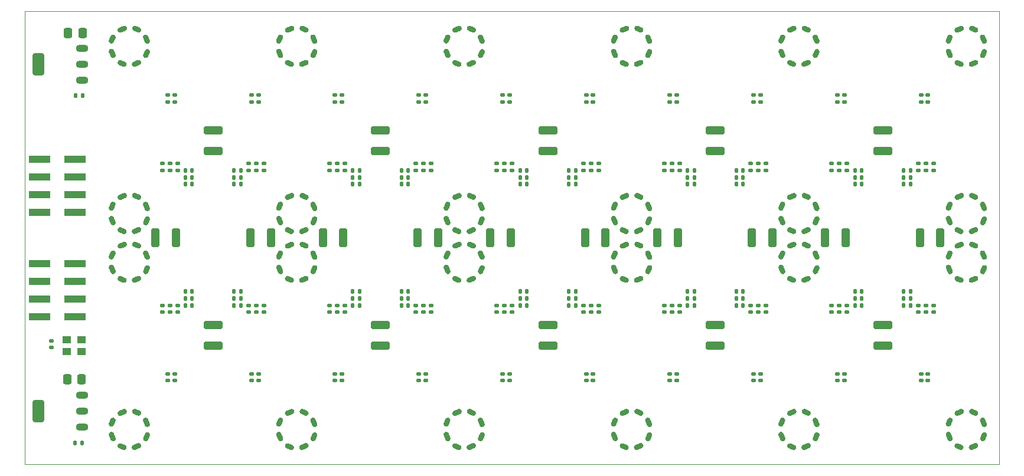
<source format=gbr>
%TF.GenerationSoftware,KiCad,Pcbnew,8.0.6*%
%TF.CreationDate,2024-12-11T18:08:37+01:00*%
%TF.ProjectId,AsicsBoard - 10xBM1370 - 01A,41736963-7342-46f6-9172-64202d203130,rev?*%
%TF.SameCoordinates,Original*%
%TF.FileFunction,Paste,Bot*%
%TF.FilePolarity,Positive*%
%FSLAX46Y46*%
G04 Gerber Fmt 4.6, Leading zero omitted, Abs format (unit mm)*
G04 Created by KiCad (PCBNEW 8.0.6) date 2024-12-11 18:08:37*
%MOMM*%
%LPD*%
G01*
G04 APERTURE LIST*
G04 Aperture macros list*
%AMRoundRect*
0 Rectangle with rounded corners*
0 $1 Rounding radius*
0 $2 $3 $4 $5 $6 $7 $8 $9 X,Y pos of 4 corners*
0 Add a 4 corners polygon primitive as box body*
4,1,4,$2,$3,$4,$5,$6,$7,$8,$9,$2,$3,0*
0 Add four circle primitives for the rounded corners*
1,1,$1+$1,$2,$3*
1,1,$1+$1,$4,$5*
1,1,$1+$1,$6,$7*
1,1,$1+$1,$8,$9*
0 Add four rect primitives between the rounded corners*
20,1,$1+$1,$2,$3,$4,$5,0*
20,1,$1+$1,$4,$5,$6,$7,0*
20,1,$1+$1,$6,$7,$8,$9,0*
20,1,$1+$1,$8,$9,$2,$3,0*%
G04 Aperture macros list end*
%ADD10C,0.800000*%
%ADD11R,1.300000X1.100000*%
%ADD12RoundRect,0.140000X0.140000X0.170000X-0.140000X0.170000X-0.140000X-0.170000X0.140000X-0.170000X0*%
%ADD13RoundRect,0.140000X-0.170000X0.140000X-0.170000X-0.140000X0.170000X-0.140000X0.170000X0.140000X0*%
%ADD14RoundRect,0.140000X-0.140000X-0.170000X0.140000X-0.170000X0.140000X0.170000X-0.140000X0.170000X0*%
%ADD15RoundRect,0.140000X0.170000X-0.140000X0.170000X0.140000X-0.170000X0.140000X-0.170000X-0.140000X0*%
%ADD16RoundRect,0.250000X1.100000X-0.325000X1.100000X0.325000X-1.100000X0.325000X-1.100000X-0.325000X0*%
%ADD17RoundRect,0.250000X0.325000X1.100000X-0.325000X1.100000X-0.325000X-1.100000X0.325000X-1.100000X0*%
%ADD18RoundRect,0.250000X-0.325000X-1.100000X0.325000X-1.100000X0.325000X1.100000X-0.325000X1.100000X0*%
%ADD19R,3.150000X1.000000*%
%ADD20RoundRect,0.250000X0.337500X0.475000X-0.337500X0.475000X-0.337500X-0.475000X0.337500X-0.475000X0*%
%ADD21RoundRect,0.422400X-0.457600X0.057600X-0.457600X-0.057600X0.457600X-0.057600X0.457600X0.057600X0*%
%ADD22RoundRect,0.457600X-0.422400X1.172400X-0.422400X-1.172400X0.422400X-1.172400X0.422400X1.172400X0*%
%ADD23RoundRect,0.250000X-1.100000X0.325000X-1.100000X-0.325000X1.100000X-0.325000X1.100000X0.325000X0*%
%TA.AperFunction,Profile*%
%ADD24C,0.100000*%
%TD*%
G04 APERTURE END LIST*
D10*
%TO.C,H33*%
X197421758Y-90224529D02*
G75*
G02*
X197654246Y-89678588I2578152J-775431D01*
G01*
X197675401Y-92320084D02*
G75*
G02*
X197426075Y-91722007I2324599J1320084D01*
G01*
X198679916Y-88675401D02*
G75*
G02*
X199277993Y-88426075I1320064J-2324549D01*
G01*
X199224529Y-93578242D02*
G75*
G02*
X198678588Y-93345754I775431J2578152D01*
G01*
X200775471Y-88421758D02*
G75*
G02*
X201321412Y-88654246I-775431J-2578157D01*
G01*
X201320084Y-93324599D02*
G75*
G02*
X200722007Y-93573925I-1320066J2324554D01*
G01*
X202324599Y-89679916D02*
G75*
G02*
X202573925Y-90277993I-2324554J-1320066D01*
G01*
X202578242Y-91775471D02*
G75*
G02*
X202345754Y-92321412I-2578157J775431D01*
G01*
%TO.C,H11*%
X77421758Y-83224529D02*
G75*
G02*
X77654246Y-82678588I2578152J-775431D01*
G01*
X77675401Y-85320084D02*
G75*
G02*
X77426075Y-84722007I2324599J1320084D01*
G01*
X78679916Y-81675401D02*
G75*
G02*
X79277993Y-81426075I1320064J-2324549D01*
G01*
X79224529Y-86578242D02*
G75*
G02*
X78678588Y-86345754I775431J2578152D01*
G01*
X80775471Y-81421758D02*
G75*
G02*
X81321412Y-81654246I-775431J-2578157D01*
G01*
X81320084Y-86324599D02*
G75*
G02*
X80722007Y-86573925I-1320066J2324554D01*
G01*
X82324599Y-82679916D02*
G75*
G02*
X82573925Y-83277993I-2324554J-1320066D01*
G01*
X82578242Y-84775471D02*
G75*
G02*
X82345754Y-85321412I-2578157J775431D01*
G01*
%TO.C,H27*%
X173421758Y-83224529D02*
G75*
G02*
X173654246Y-82678588I2578152J-775431D01*
G01*
X173675401Y-85320084D02*
G75*
G02*
X173426075Y-84722007I2324599J1320084D01*
G01*
X174679916Y-81675401D02*
G75*
G02*
X175277993Y-81426075I1320064J-2324549D01*
G01*
X175224529Y-86578242D02*
G75*
G02*
X174678588Y-86345754I775431J2578152D01*
G01*
X176775471Y-81421758D02*
G75*
G02*
X177321412Y-81654246I-775431J-2578157D01*
G01*
X177320084Y-86324599D02*
G75*
G02*
X176722007Y-86573925I-1320066J2324554D01*
G01*
X178324599Y-82679916D02*
G75*
G02*
X178573925Y-83277993I-2324554J-1320066D01*
G01*
X178578242Y-84775471D02*
G75*
G02*
X178345754Y-85321412I-2578157J775431D01*
G01*
%TO.C,H14*%
X77421758Y-114224529D02*
G75*
G02*
X77654246Y-113678588I2578152J-775431D01*
G01*
X77675401Y-116320084D02*
G75*
G02*
X77426075Y-115722007I2324599J1320084D01*
G01*
X78679916Y-112675401D02*
G75*
G02*
X79277993Y-112426075I1320064J-2324549D01*
G01*
X79224529Y-117578242D02*
G75*
G02*
X78678588Y-117345754I775431J2578152D01*
G01*
X80775471Y-112421758D02*
G75*
G02*
X81321412Y-112654246I-775431J-2578157D01*
G01*
X81320084Y-117324599D02*
G75*
G02*
X80722007Y-117573925I-1320066J2324554D01*
G01*
X82324599Y-113679916D02*
G75*
G02*
X82573925Y-114277993I-2324554J-1320066D01*
G01*
X82578242Y-115775471D02*
G75*
G02*
X82345754Y-116321412I-2578157J775431D01*
G01*
%TO.C,H34*%
X197421758Y-114224529D02*
G75*
G02*
X197654246Y-113678588I2578152J-775431D01*
G01*
X197675401Y-116320084D02*
G75*
G02*
X197426075Y-115722007I2324599J1320084D01*
G01*
X198679916Y-112675401D02*
G75*
G02*
X199277993Y-112426075I1320064J-2324549D01*
G01*
X199224529Y-117578242D02*
G75*
G02*
X198678588Y-117345754I775431J2578152D01*
G01*
X200775471Y-112421758D02*
G75*
G02*
X201321412Y-112654246I-775431J-2578157D01*
G01*
X201320084Y-117324599D02*
G75*
G02*
X200722007Y-117573925I-1320066J2324554D01*
G01*
X202324599Y-113679916D02*
G75*
G02*
X202573925Y-114277993I-2324554J-1320066D01*
G01*
X202578242Y-115775471D02*
G75*
G02*
X202345754Y-116321412I-2578157J775431D01*
G01*
%TO.C,H21*%
X125421758Y-90224529D02*
G75*
G02*
X125654246Y-89678588I2578152J-775431D01*
G01*
X125675401Y-92320084D02*
G75*
G02*
X125426075Y-91722007I2324599J1320084D01*
G01*
X126679916Y-88675401D02*
G75*
G02*
X127277993Y-88426075I1320064J-2324549D01*
G01*
X127224529Y-93578242D02*
G75*
G02*
X126678588Y-93345754I775431J2578152D01*
G01*
X128775471Y-88421758D02*
G75*
G02*
X129321412Y-88654246I-775431J-2578157D01*
G01*
X129320084Y-93324599D02*
G75*
G02*
X128722007Y-93573925I-1320066J2324554D01*
G01*
X130324599Y-89679916D02*
G75*
G02*
X130573925Y-90277993I-2324554J-1320066D01*
G01*
X130578242Y-91775471D02*
G75*
G02*
X130345754Y-92321412I-2578157J775431D01*
G01*
%TO.C,H20*%
X125421758Y-59224529D02*
G75*
G02*
X125654246Y-58678588I2578152J-775431D01*
G01*
X125675401Y-61320084D02*
G75*
G02*
X125426075Y-60722007I2324599J1320084D01*
G01*
X126679916Y-57675401D02*
G75*
G02*
X127277993Y-57426075I1320064J-2324549D01*
G01*
X127224529Y-62578242D02*
G75*
G02*
X126678588Y-62345754I775431J2578152D01*
G01*
X128775471Y-57421758D02*
G75*
G02*
X129321412Y-57654246I-775431J-2578157D01*
G01*
X129320084Y-62324599D02*
G75*
G02*
X128722007Y-62573925I-1320066J2324554D01*
G01*
X130324599Y-58679916D02*
G75*
G02*
X130573925Y-59277993I-2324554J-1320066D01*
G01*
X130578242Y-60775471D02*
G75*
G02*
X130345754Y-61321412I-2578157J775431D01*
G01*
%TO.C,H19*%
X125421758Y-83224529D02*
G75*
G02*
X125654246Y-82678588I2578152J-775431D01*
G01*
X125675401Y-85320084D02*
G75*
G02*
X125426075Y-84722007I2324599J1320084D01*
G01*
X126679916Y-81675401D02*
G75*
G02*
X127277993Y-81426075I1320064J-2324549D01*
G01*
X127224529Y-86578242D02*
G75*
G02*
X126678588Y-86345754I775431J2578152D01*
G01*
X128775471Y-81421758D02*
G75*
G02*
X129321412Y-81654246I-775431J-2578157D01*
G01*
X129320084Y-86324599D02*
G75*
G02*
X128722007Y-86573925I-1320066J2324554D01*
G01*
X130324599Y-82679916D02*
G75*
G02*
X130573925Y-83277993I-2324554J-1320066D01*
G01*
X130578242Y-84775471D02*
G75*
G02*
X130345754Y-85321412I-2578157J775431D01*
G01*
%TO.C,H32*%
X197421758Y-59224529D02*
G75*
G02*
X197654246Y-58678588I2578152J-775431D01*
G01*
X197675401Y-61320084D02*
G75*
G02*
X197426075Y-60722007I2324599J1320084D01*
G01*
X198679916Y-57675401D02*
G75*
G02*
X199277993Y-57426075I1320064J-2324549D01*
G01*
X199224529Y-62578242D02*
G75*
G02*
X198678588Y-62345754I775431J2578152D01*
G01*
X200775471Y-57421758D02*
G75*
G02*
X201321412Y-57654246I-775431J-2578157D01*
G01*
X201320084Y-62324599D02*
G75*
G02*
X200722007Y-62573925I-1320066J2324554D01*
G01*
X202324599Y-58679916D02*
G75*
G02*
X202573925Y-59277993I-2324554J-1320066D01*
G01*
X202578242Y-60775471D02*
G75*
G02*
X202345754Y-61321412I-2578157J775431D01*
G01*
%TO.C,H13*%
X77421758Y-90224529D02*
G75*
G02*
X77654246Y-89678588I2578152J-775431D01*
G01*
X77675401Y-92320084D02*
G75*
G02*
X77426075Y-91722007I2324599J1320084D01*
G01*
X78679916Y-88675401D02*
G75*
G02*
X79277993Y-88426075I1320064J-2324549D01*
G01*
X79224529Y-93578242D02*
G75*
G02*
X78678588Y-93345754I775431J2578152D01*
G01*
X80775471Y-88421758D02*
G75*
G02*
X81321412Y-88654246I-775431J-2578157D01*
G01*
X81320084Y-93324599D02*
G75*
G02*
X80722007Y-93573925I-1320066J2324554D01*
G01*
X82324599Y-89679916D02*
G75*
G02*
X82573925Y-90277993I-2324554J-1320066D01*
G01*
X82578242Y-91775471D02*
G75*
G02*
X82345754Y-92321412I-2578157J775431D01*
G01*
%TO.C,H31*%
X197421758Y-83224529D02*
G75*
G02*
X197654246Y-82678588I2578152J-775431D01*
G01*
X197675401Y-85320084D02*
G75*
G02*
X197426075Y-84722007I2324599J1320084D01*
G01*
X198679916Y-81675401D02*
G75*
G02*
X199277993Y-81426075I1320064J-2324549D01*
G01*
X199224529Y-86578242D02*
G75*
G02*
X198678588Y-86345754I775431J2578152D01*
G01*
X200775471Y-81421758D02*
G75*
G02*
X201321412Y-81654246I-775431J-2578157D01*
G01*
X201320084Y-86324599D02*
G75*
G02*
X200722007Y-86573925I-1320066J2324554D01*
G01*
X202324599Y-82679916D02*
G75*
G02*
X202573925Y-83277993I-2324554J-1320066D01*
G01*
X202578242Y-84775471D02*
G75*
G02*
X202345754Y-85321412I-2578157J775431D01*
G01*
%TO.C,H30*%
X173421758Y-114224529D02*
G75*
G02*
X173654246Y-113678588I2578152J-775431D01*
G01*
X173675401Y-116320084D02*
G75*
G02*
X173426075Y-115722007I2324599J1320084D01*
G01*
X174679916Y-112675401D02*
G75*
G02*
X175277993Y-112426075I1320064J-2324549D01*
G01*
X175224529Y-117578242D02*
G75*
G02*
X174678588Y-117345754I775431J2578152D01*
G01*
X176775471Y-112421758D02*
G75*
G02*
X177321412Y-112654246I-775431J-2578157D01*
G01*
X177320084Y-117324599D02*
G75*
G02*
X176722007Y-117573925I-1320066J2324554D01*
G01*
X178324599Y-113679916D02*
G75*
G02*
X178573925Y-114277993I-2324554J-1320066D01*
G01*
X178578242Y-115775471D02*
G75*
G02*
X178345754Y-116321412I-2578157J775431D01*
G01*
%TO.C,H23*%
X149421758Y-83224529D02*
G75*
G02*
X149654246Y-82678588I2578152J-775431D01*
G01*
X149675401Y-85320084D02*
G75*
G02*
X149426075Y-84722007I2324599J1320084D01*
G01*
X150679916Y-81675401D02*
G75*
G02*
X151277993Y-81426075I1320064J-2324549D01*
G01*
X151224529Y-86578242D02*
G75*
G02*
X150678588Y-86345754I775431J2578152D01*
G01*
X152775471Y-81421758D02*
G75*
G02*
X153321412Y-81654246I-775431J-2578157D01*
G01*
X153320084Y-86324599D02*
G75*
G02*
X152722007Y-86573925I-1320066J2324554D01*
G01*
X154324599Y-82679916D02*
G75*
G02*
X154573925Y-83277993I-2324554J-1320066D01*
G01*
X154578242Y-84775471D02*
G75*
G02*
X154345754Y-85321412I-2578157J775431D01*
G01*
%TO.C,H17*%
X101421758Y-90224529D02*
G75*
G02*
X101654246Y-89678588I2578152J-775431D01*
G01*
X101675401Y-92320084D02*
G75*
G02*
X101426075Y-91722007I2324599J1320084D01*
G01*
X102679916Y-88675401D02*
G75*
G02*
X103277993Y-88426075I1320064J-2324549D01*
G01*
X103224529Y-93578242D02*
G75*
G02*
X102678588Y-93345754I775431J2578152D01*
G01*
X104775471Y-88421758D02*
G75*
G02*
X105321412Y-88654246I-775431J-2578157D01*
G01*
X105320084Y-93324599D02*
G75*
G02*
X104722007Y-93573925I-1320066J2324554D01*
G01*
X106324599Y-89679916D02*
G75*
G02*
X106573925Y-90277993I-2324554J-1320066D01*
G01*
X106578242Y-91775471D02*
G75*
G02*
X106345754Y-92321412I-2578157J775431D01*
G01*
%TO.C,H25*%
X149421758Y-90224529D02*
G75*
G02*
X149654246Y-89678588I2578152J-775431D01*
G01*
X149675401Y-92320084D02*
G75*
G02*
X149426075Y-91722007I2324599J1320084D01*
G01*
X150679916Y-88675401D02*
G75*
G02*
X151277993Y-88426075I1320064J-2324549D01*
G01*
X151224529Y-93578242D02*
G75*
G02*
X150678588Y-93345754I775431J2578152D01*
G01*
X152775471Y-88421758D02*
G75*
G02*
X153321412Y-88654246I-775431J-2578157D01*
G01*
X153320084Y-93324599D02*
G75*
G02*
X152722007Y-93573925I-1320066J2324554D01*
G01*
X154324599Y-89679916D02*
G75*
G02*
X154573925Y-90277993I-2324554J-1320066D01*
G01*
X154578242Y-91775471D02*
G75*
G02*
X154345754Y-92321412I-2578157J775431D01*
G01*
%TO.C,H22*%
X125421758Y-114224529D02*
G75*
G02*
X125654246Y-113678588I2578152J-775431D01*
G01*
X125675401Y-116320084D02*
G75*
G02*
X125426075Y-115722007I2324599J1320084D01*
G01*
X126679916Y-112675401D02*
G75*
G02*
X127277993Y-112426075I1320064J-2324549D01*
G01*
X127224529Y-117578242D02*
G75*
G02*
X126678588Y-117345754I775431J2578152D01*
G01*
X128775471Y-112421758D02*
G75*
G02*
X129321412Y-112654246I-775431J-2578157D01*
G01*
X129320084Y-117324599D02*
G75*
G02*
X128722007Y-117573925I-1320066J2324554D01*
G01*
X130324599Y-113679916D02*
G75*
G02*
X130573925Y-114277993I-2324554J-1320066D01*
G01*
X130578242Y-115775471D02*
G75*
G02*
X130345754Y-116321412I-2578157J775431D01*
G01*
%TO.C,H15*%
X101421758Y-83224529D02*
G75*
G02*
X101654246Y-82678588I2578152J-775431D01*
G01*
X101675401Y-85320084D02*
G75*
G02*
X101426075Y-84722007I2324599J1320084D01*
G01*
X102679916Y-81675401D02*
G75*
G02*
X103277993Y-81426075I1320064J-2324549D01*
G01*
X103224529Y-86578242D02*
G75*
G02*
X102678588Y-86345754I775431J2578152D01*
G01*
X104775471Y-81421758D02*
G75*
G02*
X105321412Y-81654246I-775431J-2578157D01*
G01*
X105320084Y-86324599D02*
G75*
G02*
X104722007Y-86573925I-1320066J2324554D01*
G01*
X106324599Y-82679916D02*
G75*
G02*
X106573925Y-83277993I-2324554J-1320066D01*
G01*
X106578242Y-84775471D02*
G75*
G02*
X106345754Y-85321412I-2578157J775431D01*
G01*
%TO.C,H12*%
X77421758Y-59224529D02*
G75*
G02*
X77654246Y-58678588I2578152J-775431D01*
G01*
X77675401Y-61320084D02*
G75*
G02*
X77426075Y-60722007I2324599J1320084D01*
G01*
X78679916Y-57675401D02*
G75*
G02*
X79277993Y-57426075I1320064J-2324549D01*
G01*
X79224529Y-62578242D02*
G75*
G02*
X78678588Y-62345754I775431J2578152D01*
G01*
X80775471Y-57421758D02*
G75*
G02*
X81321412Y-57654246I-775431J-2578157D01*
G01*
X81320084Y-62324599D02*
G75*
G02*
X80722007Y-62573925I-1320066J2324554D01*
G01*
X82324599Y-58679916D02*
G75*
G02*
X82573925Y-59277993I-2324554J-1320066D01*
G01*
X82578242Y-60775471D02*
G75*
G02*
X82345754Y-61321412I-2578157J775431D01*
G01*
%TO.C,H29*%
X173421758Y-90224529D02*
G75*
G02*
X173654246Y-89678588I2578152J-775431D01*
G01*
X173675401Y-92320084D02*
G75*
G02*
X173426075Y-91722007I2324599J1320084D01*
G01*
X174679916Y-88675401D02*
G75*
G02*
X175277993Y-88426075I1320064J-2324549D01*
G01*
X175224529Y-93578242D02*
G75*
G02*
X174678588Y-93345754I775431J2578152D01*
G01*
X176775471Y-88421758D02*
G75*
G02*
X177321412Y-88654246I-775431J-2578157D01*
G01*
X177320084Y-93324599D02*
G75*
G02*
X176722007Y-93573925I-1320066J2324554D01*
G01*
X178324599Y-89679916D02*
G75*
G02*
X178573925Y-90277993I-2324554J-1320066D01*
G01*
X178578242Y-91775471D02*
G75*
G02*
X178345754Y-92321412I-2578157J775431D01*
G01*
%TO.C,H24*%
X149421758Y-59224529D02*
G75*
G02*
X149654246Y-58678588I2578152J-775431D01*
G01*
X149675401Y-61320084D02*
G75*
G02*
X149426075Y-60722007I2324599J1320084D01*
G01*
X150679916Y-57675401D02*
G75*
G02*
X151277993Y-57426075I1320064J-2324549D01*
G01*
X151224529Y-62578242D02*
G75*
G02*
X150678588Y-62345754I775431J2578152D01*
G01*
X152775471Y-57421758D02*
G75*
G02*
X153321412Y-57654246I-775431J-2578157D01*
G01*
X153320084Y-62324599D02*
G75*
G02*
X152722007Y-62573925I-1320066J2324554D01*
G01*
X154324599Y-58679916D02*
G75*
G02*
X154573925Y-59277993I-2324554J-1320066D01*
G01*
X154578242Y-60775471D02*
G75*
G02*
X154345754Y-61321412I-2578157J775431D01*
G01*
%TO.C,H18*%
X101421758Y-114224529D02*
G75*
G02*
X101654246Y-113678588I2578152J-775431D01*
G01*
X101675401Y-116320084D02*
G75*
G02*
X101426075Y-115722007I2324599J1320084D01*
G01*
X102679916Y-112675401D02*
G75*
G02*
X103277993Y-112426075I1320064J-2324549D01*
G01*
X103224529Y-117578242D02*
G75*
G02*
X102678588Y-117345754I775431J2578152D01*
G01*
X104775471Y-112421758D02*
G75*
G02*
X105321412Y-112654246I-775431J-2578157D01*
G01*
X105320084Y-117324599D02*
G75*
G02*
X104722007Y-117573925I-1320066J2324554D01*
G01*
X106324599Y-113679916D02*
G75*
G02*
X106573925Y-114277993I-2324554J-1320066D01*
G01*
X106578242Y-115775471D02*
G75*
G02*
X106345754Y-116321412I-2578157J775431D01*
G01*
%TO.C,H26*%
X149421758Y-114224529D02*
G75*
G02*
X149654246Y-113678588I2578152J-775431D01*
G01*
X149675401Y-116320084D02*
G75*
G02*
X149426075Y-115722007I2324599J1320084D01*
G01*
X150679916Y-112675401D02*
G75*
G02*
X151277993Y-112426075I1320064J-2324549D01*
G01*
X151224529Y-117578242D02*
G75*
G02*
X150678588Y-117345754I775431J2578152D01*
G01*
X152775471Y-112421758D02*
G75*
G02*
X153321412Y-112654246I-775431J-2578157D01*
G01*
X153320084Y-117324599D02*
G75*
G02*
X152722007Y-117573925I-1320066J2324554D01*
G01*
X154324599Y-113679916D02*
G75*
G02*
X154573925Y-114277993I-2324554J-1320066D01*
G01*
X154578242Y-115775471D02*
G75*
G02*
X154345754Y-116321412I-2578157J775431D01*
G01*
%TO.C,H28*%
X173421758Y-59224529D02*
G75*
G02*
X173654246Y-58678588I2578152J-775431D01*
G01*
X173675401Y-61320084D02*
G75*
G02*
X173426075Y-60722007I2324599J1320084D01*
G01*
X174679916Y-57675401D02*
G75*
G02*
X175277993Y-57426075I1320064J-2324549D01*
G01*
X175224529Y-62578242D02*
G75*
G02*
X174678588Y-62345754I775431J2578152D01*
G01*
X176775471Y-57421758D02*
G75*
G02*
X177321412Y-57654246I-775431J-2578157D01*
G01*
X177320084Y-62324599D02*
G75*
G02*
X176722007Y-62573925I-1320066J2324554D01*
G01*
X178324599Y-58679916D02*
G75*
G02*
X178573925Y-59277993I-2324554J-1320066D01*
G01*
X178578242Y-60775471D02*
G75*
G02*
X178345754Y-61321412I-2578157J775431D01*
G01*
%TO.C,H16*%
X101421758Y-59224529D02*
G75*
G02*
X101654246Y-58678588I2578152J-775431D01*
G01*
X101675401Y-61320084D02*
G75*
G02*
X101426075Y-60722007I2324599J1320084D01*
G01*
X102679916Y-57675401D02*
G75*
G02*
X103277993Y-57426075I1320064J-2324549D01*
G01*
X103224529Y-62578242D02*
G75*
G02*
X102678588Y-62345754I775431J2578152D01*
G01*
X104775471Y-57421758D02*
G75*
G02*
X105321412Y-57654246I-775431J-2578157D01*
G01*
X105320084Y-62324599D02*
G75*
G02*
X104722007Y-62573925I-1320066J2324554D01*
G01*
X106324599Y-58679916D02*
G75*
G02*
X106573925Y-59277993I-2324554J-1320066D01*
G01*
X106578242Y-60775471D02*
G75*
G02*
X106345754Y-61321412I-2578157J775431D01*
G01*
%TD*%
D11*
%TO.C,U3*%
X71062000Y-102157000D03*
X73162000Y-102157000D03*
X73162000Y-103807000D03*
X71062000Y-103807000D03*
%TD*%
D12*
%TO.C,C4*%
X73280000Y-67084500D03*
X72320000Y-67084500D03*
%TD*%
%TO.C,C3*%
X73180000Y-116952000D03*
X72220000Y-116952000D03*
%TD*%
D13*
%TO.C,C158*%
X181500000Y-107020000D03*
X181500000Y-107980000D03*
%TD*%
%TO.C,C98*%
X158900000Y-97220000D03*
X158900000Y-98180000D03*
%TD*%
D14*
%TO.C,C142*%
X191020000Y-96200000D03*
X191980000Y-96200000D03*
%TD*%
D15*
%TO.C,C56*%
X170500000Y-67980001D03*
X170500000Y-67020001D03*
%TD*%
D14*
%TO.C,C109*%
X191019999Y-78800000D03*
X191979999Y-78800000D03*
%TD*%
D15*
%TO.C,C69*%
X147300000Y-98180000D03*
X147300000Y-97220000D03*
%TD*%
D13*
%TO.C,C22*%
X109500000Y-107020000D03*
X109500000Y-107980000D03*
%TD*%
D16*
%TO.C,C112*%
X188000000Y-75017000D03*
X188000000Y-72067000D03*
%TD*%
D12*
%TO.C,C125*%
X112980000Y-78800000D03*
X112020000Y-78800000D03*
%TD*%
D15*
%TO.C,C141*%
X122500000Y-67980001D03*
X122500000Y-67020001D03*
%TD*%
D17*
%TO.C,C185*%
X196275000Y-87500000D03*
X193325000Y-87500000D03*
%TD*%
D15*
%TO.C,C139*%
X110500001Y-67980000D03*
X110500001Y-67020000D03*
%TD*%
D13*
%TO.C,C64*%
X134900000Y-97220000D03*
X134900000Y-98180000D03*
%TD*%
%TO.C,C118*%
X182900000Y-76819999D03*
X182900000Y-77779999D03*
%TD*%
D14*
%TO.C,C93*%
X167020000Y-95200000D03*
X167980000Y-95200000D03*
%TD*%
D18*
%TO.C,C176*%
X83725000Y-87500000D03*
X86675000Y-87500000D03*
%TD*%
D15*
%TO.C,C152*%
X193100000Y-98180000D03*
X193100000Y-97220000D03*
%TD*%
D12*
%TO.C,C58*%
X136980000Y-96200000D03*
X136020000Y-96200000D03*
%TD*%
D13*
%TO.C,C20*%
X121500000Y-107020000D03*
X121500000Y-107980000D03*
%TD*%
D15*
%TO.C,C88*%
X134500001Y-67980000D03*
X134500001Y-67020000D03*
%TD*%
%TO.C,C124*%
X194500000Y-67980001D03*
X194500000Y-67020001D03*
%TD*%
D12*
%TO.C,C159*%
X88980000Y-78800000D03*
X88020000Y-78800000D03*
%TD*%
D15*
%TO.C,C138*%
X109500001Y-67980000D03*
X109500001Y-67020000D03*
%TD*%
D19*
%TO.C,J1*%
X72195000Y-91232000D03*
X67145000Y-91232000D03*
X72195000Y-93772000D03*
X67145000Y-93772000D03*
X72195000Y-96312000D03*
X67145000Y-96312000D03*
X72195000Y-98852000D03*
X67145000Y-98852000D03*
%TD*%
D13*
%TO.C,C148*%
X181800000Y-97220000D03*
X181800000Y-98180000D03*
%TD*%
D15*
%TO.C,C166*%
X97099999Y-77780000D03*
X97099999Y-76820000D03*
%TD*%
D14*
%TO.C,C8*%
X119020000Y-95200000D03*
X119980000Y-95200000D03*
%TD*%
D18*
%TO.C,C184*%
X179725000Y-87500000D03*
X182675000Y-87500000D03*
%TD*%
D13*
%TO.C,C19*%
X122500000Y-107020000D03*
X122500000Y-107980000D03*
%TD*%
D14*
%TO.C,C66*%
X143020000Y-97200000D03*
X143980000Y-97200000D03*
%TD*%
D12*
%TO.C,C167*%
X95979999Y-77800000D03*
X95019999Y-77800000D03*
%TD*%
D14*
%TO.C,C6*%
X119020000Y-96200000D03*
X119980000Y-96200000D03*
%TD*%
D13*
%TO.C,C11*%
X108700000Y-97220000D03*
X108700000Y-98180000D03*
%TD*%
D15*
%TO.C,C140*%
X121500000Y-67980001D03*
X121500000Y-67020001D03*
%TD*%
D14*
%TO.C,C75*%
X143019999Y-78800000D03*
X143979999Y-78800000D03*
%TD*%
D13*
%TO.C,C36*%
X98500000Y-107020000D03*
X98500000Y-107980000D03*
%TD*%
%TO.C,C73*%
X133500000Y-107020000D03*
X133500000Y-107980000D03*
%TD*%
%TO.C,C12*%
X109800000Y-97220000D03*
X109800000Y-98180000D03*
%TD*%
%TO.C,C28*%
X84700000Y-97220000D03*
X84700000Y-98180000D03*
%TD*%
%TO.C,C156*%
X193500000Y-107020000D03*
X193500000Y-107980000D03*
%TD*%
D14*
%TO.C,C99*%
X160020000Y-97200000D03*
X160980000Y-97200000D03*
%TD*%
D20*
%TO.C,C2*%
X73276500Y-58067500D03*
X71201500Y-58067500D03*
%TD*%
D13*
%TO.C,C169*%
X86900000Y-76819999D03*
X86900000Y-77779999D03*
%TD*%
D12*
%TO.C,C108*%
X184980000Y-78800000D03*
X184020000Y-78800000D03*
%TD*%
%TO.C,C133*%
X119979999Y-77800000D03*
X119019999Y-77800000D03*
%TD*%
D14*
%TO.C,C57*%
X143020000Y-96200000D03*
X143980000Y-96200000D03*
%TD*%
D15*
%TO.C,C123*%
X193500000Y-67980001D03*
X193500000Y-67020001D03*
%TD*%
D12*
%TO.C,C9*%
X112980000Y-95200000D03*
X112020000Y-95200000D03*
%TD*%
D21*
%TO.C,U2*%
X73205000Y-110080000D03*
X73205000Y-112380000D03*
X73205000Y-114680000D03*
D22*
X66955000Y-112380000D03*
%TD*%
D13*
%TO.C,C62*%
X132700000Y-97220000D03*
X132700000Y-98180000D03*
%TD*%
D15*
%TO.C,C101*%
X169100000Y-98180000D03*
X169100000Y-97220000D03*
%TD*%
D23*
%TO.C,C10*%
X116000000Y-99983000D03*
X116000000Y-102933000D03*
%TD*%
D15*
%TO.C,C172*%
X85500001Y-67980000D03*
X85500001Y-67020000D03*
%TD*%
D14*
%TO.C,C111*%
X191019999Y-79800000D03*
X191979999Y-79800000D03*
%TD*%
D13*
%TO.C,C157*%
X182500000Y-107020000D03*
X182500000Y-107980000D03*
%TD*%
D15*
%TO.C,C46*%
X170199999Y-77780000D03*
X170199999Y-76820000D03*
%TD*%
%TO.C,C35*%
X99300000Y-98180000D03*
X99300000Y-97220000D03*
%TD*%
%TO.C,C68*%
X146200000Y-98180000D03*
X146200000Y-97220000D03*
%TD*%
D14*
%TO.C,C14*%
X112020000Y-97200000D03*
X112980000Y-97200000D03*
%TD*%
D12*
%TO.C,C92*%
X160980000Y-96200000D03*
X160020000Y-96200000D03*
%TD*%
D13*
%TO.C,C37*%
X97500000Y-107020000D03*
X97500000Y-107980000D03*
%TD*%
D15*
%TO.C,C132*%
X121099999Y-77780000D03*
X121099999Y-76820000D03*
%TD*%
D13*
%TO.C,C147*%
X180700000Y-97220000D03*
X180700000Y-98180000D03*
%TD*%
D15*
%TO.C,C80*%
X146199999Y-77780000D03*
X146199999Y-76820000D03*
%TD*%
D12*
%TO.C,C40*%
X160980000Y-78800000D03*
X160020000Y-78800000D03*
%TD*%
D13*
%TO.C,C70*%
X146500000Y-107020000D03*
X146500000Y-107980000D03*
%TD*%
D23*
%TO.C,C61*%
X140000000Y-99983000D03*
X140000000Y-102933000D03*
%TD*%
D14*
%TO.C,C23*%
X95020000Y-96200000D03*
X95980000Y-96200000D03*
%TD*%
D12*
%TO.C,C7*%
X112980000Y-96200000D03*
X112020000Y-96200000D03*
%TD*%
D23*
%TO.C,C95*%
X164000000Y-99983000D03*
X164000000Y-102933000D03*
%TD*%
D13*
%TO.C,C149*%
X182900000Y-97220000D03*
X182900000Y-98180000D03*
%TD*%
D15*
%TO.C,C114*%
X194199999Y-77780000D03*
X194199999Y-76820000D03*
%TD*%
%TO.C,C90*%
X146500000Y-67980001D03*
X146500000Y-67020001D03*
%TD*%
%TO.C,C174*%
X97500000Y-67980001D03*
X97500000Y-67020001D03*
%TD*%
D14*
%TO.C,C160*%
X95019999Y-78800000D03*
X95979999Y-78800000D03*
%TD*%
D15*
%TO.C,C53*%
X157500001Y-67980000D03*
X157500001Y-67020000D03*
%TD*%
D13*
%TO.C,C135*%
X110900000Y-76819999D03*
X110900000Y-77779999D03*
%TD*%
D17*
%TO.C,C183*%
X172200000Y-87500000D03*
X169250000Y-87500000D03*
%TD*%
D14*
%TO.C,C32*%
X95020000Y-97200000D03*
X95980000Y-97200000D03*
%TD*%
D13*
%TO.C,C119*%
X181800000Y-76819999D03*
X181800000Y-77779999D03*
%TD*%
D15*
%TO.C,C87*%
X133500001Y-67980000D03*
X133500001Y-67020000D03*
%TD*%
%TO.C,C165*%
X98199999Y-77780000D03*
X98199999Y-76820000D03*
%TD*%
D12*
%TO.C,C116*%
X191979999Y-77800000D03*
X191019999Y-77800000D03*
%TD*%
D14*
%TO.C,C126*%
X119019999Y-78800000D03*
X119979999Y-78800000D03*
%TD*%
D12*
%TO.C,C42*%
X160980000Y-79800000D03*
X160020000Y-79800000D03*
%TD*%
%TO.C,C134*%
X112980000Y-77800000D03*
X112020000Y-77800000D03*
%TD*%
D14*
%TO.C,C43*%
X167019999Y-79800000D03*
X167979999Y-79800000D03*
%TD*%
%TO.C,C59*%
X143020000Y-95200000D03*
X143980000Y-95200000D03*
%TD*%
D15*
%TO.C,C153*%
X194200000Y-98180000D03*
X194200000Y-97220000D03*
%TD*%
D12*
%TO.C,C26*%
X88980000Y-95200000D03*
X88020000Y-95200000D03*
%TD*%
D13*
%TO.C,C96*%
X156700000Y-97220000D03*
X156700000Y-98180000D03*
%TD*%
D23*
%TO.C,C146*%
X188000000Y-99983000D03*
X188000000Y-102933000D03*
%TD*%
D13*
%TO.C,C51*%
X157800000Y-76819999D03*
X157800000Y-77779999D03*
%TD*%
D15*
%TO.C,C113*%
X195299999Y-77780000D03*
X195299999Y-76820000D03*
%TD*%
D17*
%TO.C,C179*%
X124275000Y-87500000D03*
X121325000Y-87500000D03*
%TD*%
D15*
%TO.C,C67*%
X145100000Y-98180000D03*
X145100000Y-97220000D03*
%TD*%
D19*
%TO.C,J2*%
X72195000Y-76232000D03*
X67145000Y-76232000D03*
X72195000Y-78772000D03*
X67145000Y-78772000D03*
X72195000Y-81312000D03*
X67145000Y-81312000D03*
X72195000Y-83852000D03*
X67145000Y-83852000D03*
%TD*%
D15*
%TO.C,C122*%
X182500001Y-67980000D03*
X182500001Y-67020000D03*
%TD*%
D14*
%TO.C,C100*%
X167020000Y-97200000D03*
X167980000Y-97200000D03*
%TD*%
D15*
%TO.C,C103*%
X171300000Y-98180000D03*
X171300000Y-97220000D03*
%TD*%
D14*
%TO.C,C150*%
X184020000Y-97200000D03*
X184980000Y-97200000D03*
%TD*%
D12*
%TO.C,C161*%
X88980000Y-79800000D03*
X88020000Y-79800000D03*
%TD*%
D14*
%TO.C,C162*%
X95019999Y-79800000D03*
X95979999Y-79800000D03*
%TD*%
D17*
%TO.C,C181*%
X148275000Y-87500000D03*
X145325000Y-87500000D03*
%TD*%
D12*
%TO.C,C24*%
X88980000Y-96200000D03*
X88020000Y-96200000D03*
%TD*%
D13*
%TO.C,C120*%
X180700000Y-76819999D03*
X180700000Y-77779999D03*
%TD*%
D16*
%TO.C,C78*%
X140000000Y-75017000D03*
X140000000Y-72067000D03*
%TD*%
D12*
%TO.C,C117*%
X184980000Y-77800000D03*
X184020000Y-77800000D03*
%TD*%
%TO.C,C76*%
X136980000Y-79800000D03*
X136020000Y-79800000D03*
%TD*%
D16*
%TO.C,C163*%
X92000000Y-75017000D03*
X92000000Y-72067000D03*
%TD*%
D13*
%TO.C,C136*%
X109800000Y-76819999D03*
X109800000Y-77779999D03*
%TD*%
D15*
%TO.C,C47*%
X169099999Y-77780000D03*
X169099999Y-76820000D03*
%TD*%
D12*
%TO.C,C74*%
X136980000Y-78800000D03*
X136020000Y-78800000D03*
%TD*%
D13*
%TO.C,C171*%
X84700000Y-76819999D03*
X84700000Y-77779999D03*
%TD*%
%TO.C,C21*%
X110500000Y-107020000D03*
X110500000Y-107980000D03*
%TD*%
D15*
%TO.C,C81*%
X145099999Y-77780000D03*
X145099999Y-76820000D03*
%TD*%
D13*
%TO.C,C72*%
X134500000Y-107020000D03*
X134500000Y-107980000D03*
%TD*%
D21*
%TO.C,U1*%
X73205000Y-60296000D03*
X73205000Y-62596000D03*
X73205000Y-64896000D03*
D22*
X66955000Y-62596000D03*
%TD*%
D18*
%TO.C,C180*%
X131725000Y-87500000D03*
X134675000Y-87500000D03*
%TD*%
D15*
%TO.C,C54*%
X158500001Y-67980000D03*
X158500001Y-67020000D03*
%TD*%
D23*
%TO.C,C27*%
X92000000Y-99983000D03*
X92000000Y-102933000D03*
%TD*%
D13*
%TO.C,C107*%
X157500000Y-107020000D03*
X157500000Y-107980000D03*
%TD*%
D15*
%TO.C,C33*%
X97100000Y-98180000D03*
X97100000Y-97220000D03*
%TD*%
D14*
%TO.C,C31*%
X88020000Y-97200000D03*
X88980000Y-97200000D03*
%TD*%
D15*
%TO.C,C18*%
X123300000Y-98180000D03*
X123300000Y-97220000D03*
%TD*%
D14*
%TO.C,C144*%
X191020000Y-95200000D03*
X191980000Y-95200000D03*
%TD*%
D15*
%TO.C,C115*%
X193099999Y-77780000D03*
X193099999Y-76820000D03*
%TD*%
D13*
%TO.C,C38*%
X86500000Y-107020000D03*
X86500000Y-107980000D03*
%TD*%
%TO.C,C50*%
X158900000Y-76819999D03*
X158900000Y-77779999D03*
%TD*%
D14*
%TO.C,C77*%
X143019999Y-79800000D03*
X143979999Y-79800000D03*
%TD*%
D12*
%TO.C,C49*%
X160980000Y-77800000D03*
X160020000Y-77800000D03*
%TD*%
D15*
%TO.C,C16*%
X121100000Y-98180000D03*
X121100000Y-97220000D03*
%TD*%
D14*
%TO.C,C128*%
X119019999Y-79800000D03*
X119979999Y-79800000D03*
%TD*%
D13*
%TO.C,C84*%
X134900000Y-76819999D03*
X134900000Y-77779999D03*
%TD*%
%TO.C,C63*%
X133800000Y-97220000D03*
X133800000Y-98180000D03*
%TD*%
D15*
%TO.C,C45*%
X171299999Y-77780000D03*
X171299999Y-76820000D03*
%TD*%
D13*
%TO.C,C104*%
X170500000Y-107020000D03*
X170500000Y-107980000D03*
%TD*%
%TO.C,C170*%
X85800000Y-76819999D03*
X85800000Y-77779999D03*
%TD*%
D15*
%TO.C,C34*%
X98200000Y-98180000D03*
X98200000Y-97220000D03*
%TD*%
%TO.C,C17*%
X122200000Y-98180000D03*
X122200000Y-97220000D03*
%TD*%
D12*
%TO.C,C143*%
X184980000Y-96200000D03*
X184020000Y-96200000D03*
%TD*%
%TO.C,C110*%
X184980000Y-79800000D03*
X184020000Y-79800000D03*
%TD*%
D14*
%TO.C,C15*%
X119020000Y-97200000D03*
X119980000Y-97200000D03*
%TD*%
D15*
%TO.C,C175*%
X98500000Y-67980001D03*
X98500000Y-67020001D03*
%TD*%
D14*
%TO.C,C91*%
X167020000Y-96200000D03*
X167980000Y-96200000D03*
%TD*%
D13*
%TO.C,C39*%
X85500000Y-107020000D03*
X85500000Y-107980000D03*
%TD*%
%TO.C,C85*%
X133800000Y-76819999D03*
X133800000Y-77779999D03*
%TD*%
D12*
%TO.C,C145*%
X184980000Y-95200000D03*
X184020000Y-95200000D03*
%TD*%
D14*
%TO.C,C25*%
X95020000Y-95200000D03*
X95980000Y-95200000D03*
%TD*%
D12*
%TO.C,C48*%
X167979999Y-77800000D03*
X167019999Y-77800000D03*
%TD*%
D17*
%TO.C,C177*%
X100275000Y-87500000D03*
X97325000Y-87500000D03*
%TD*%
D12*
%TO.C,C83*%
X136980000Y-77800000D03*
X136020000Y-77800000D03*
%TD*%
D16*
%TO.C,C44*%
X164000000Y-75017000D03*
X164000000Y-72067000D03*
%TD*%
D15*
%TO.C,C164*%
X99299999Y-77780000D03*
X99299999Y-76820000D03*
%TD*%
D12*
%TO.C,C127*%
X112980000Y-79800000D03*
X112020000Y-79800000D03*
%TD*%
D13*
%TO.C,C52*%
X156700000Y-76819999D03*
X156700000Y-77779999D03*
%TD*%
D15*
%TO.C,C131*%
X122199999Y-77780000D03*
X122199999Y-76820000D03*
%TD*%
D13*
%TO.C,C30*%
X86900000Y-97220000D03*
X86900000Y-98180000D03*
%TD*%
D15*
%TO.C,C173*%
X86500001Y-67980000D03*
X86500001Y-67020000D03*
%TD*%
D18*
%TO.C,C178*%
X107725000Y-87500000D03*
X110675000Y-87500000D03*
%TD*%
D12*
%TO.C,C94*%
X160980000Y-95200000D03*
X160020000Y-95200000D03*
%TD*%
D15*
%TO.C,C121*%
X181500001Y-67980000D03*
X181500001Y-67020000D03*
%TD*%
D13*
%TO.C,C29*%
X85800000Y-97220000D03*
X85800000Y-98180000D03*
%TD*%
%TO.C,C86*%
X132700000Y-76819999D03*
X132700000Y-77779999D03*
%TD*%
%TO.C,C105*%
X169500000Y-107020000D03*
X169500000Y-107980000D03*
%TD*%
%TO.C,C97*%
X157800000Y-97220000D03*
X157800000Y-98180000D03*
%TD*%
%TO.C,C13*%
X110900000Y-97220000D03*
X110900000Y-98180000D03*
%TD*%
D15*
%TO.C,C89*%
X145500000Y-67980001D03*
X145500000Y-67020001D03*
%TD*%
%TO.C,C154*%
X195300000Y-98180000D03*
X195300000Y-97220000D03*
%TD*%
D13*
%TO.C,C137*%
X108700000Y-76819999D03*
X108700000Y-77779999D03*
%TD*%
D14*
%TO.C,C41*%
X167019999Y-78800000D03*
X167979999Y-78800000D03*
%TD*%
D13*
%TO.C,C71*%
X145500000Y-107020000D03*
X145500000Y-107980000D03*
%TD*%
D16*
%TO.C,C129*%
X116000000Y-75017000D03*
X116000000Y-72067000D03*
%TD*%
D13*
%TO.C,C5*%
X68810000Y-102248000D03*
X68810000Y-103208000D03*
%TD*%
D18*
%TO.C,C182*%
X155725000Y-87500000D03*
X158675000Y-87500000D03*
%TD*%
D13*
%TO.C,C106*%
X158500000Y-107020000D03*
X158500000Y-107980000D03*
%TD*%
D12*
%TO.C,C82*%
X143979999Y-77800000D03*
X143019999Y-77800000D03*
%TD*%
%TO.C,C60*%
X136980000Y-95200000D03*
X136020000Y-95200000D03*
%TD*%
D15*
%TO.C,C55*%
X169500000Y-67980001D03*
X169500000Y-67020001D03*
%TD*%
D14*
%TO.C,C151*%
X191020000Y-97200000D03*
X191980000Y-97200000D03*
%TD*%
D13*
%TO.C,C155*%
X194500000Y-107020000D03*
X194500000Y-107980000D03*
%TD*%
D15*
%TO.C,C130*%
X123299999Y-77780000D03*
X123299999Y-76820000D03*
%TD*%
D14*
%TO.C,C65*%
X136020000Y-97200000D03*
X136980000Y-97200000D03*
%TD*%
D15*
%TO.C,C102*%
X170200000Y-98180000D03*
X170200000Y-97220000D03*
%TD*%
D20*
%TO.C,C1*%
X73149500Y-107808000D03*
X71074500Y-107808000D03*
%TD*%
D12*
%TO.C,C168*%
X88980000Y-77800000D03*
X88020000Y-77800000D03*
%TD*%
D15*
%TO.C,C79*%
X147299999Y-77780000D03*
X147299999Y-76820000D03*
%TD*%
D24*
X204750000Y-55000000D02*
X204750000Y-120000000D01*
X65000000Y-55000000D02*
X65000000Y-120000000D01*
X65000000Y-120000000D02*
X204750000Y-120000000D01*
X65000000Y-55000000D02*
X204750000Y-55000000D01*
M02*

</source>
